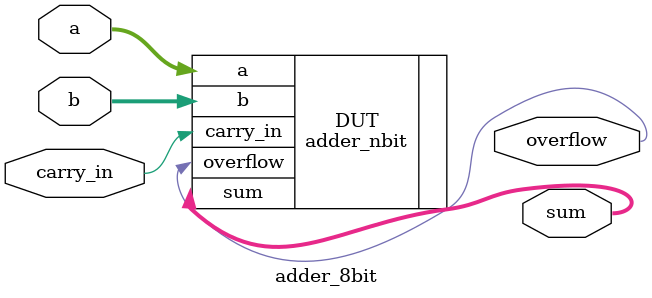
<source format=sv>

module adder_8bit
(
	input wire [7:0] a,
	input wire [7:0] b,
	input wire carry_in,
	output wire [7:0] sum,
	output wire overflow
);


   	adder_nbit #(8) DUT(.a(a), .b(b), .carry_in(carry_in), .sum(sum), .overflow(overflow));
   
endmodule

</source>
